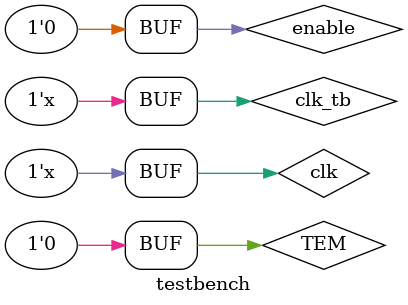
<source format=v>
`timescale 1ns/1ps

module testbench;

  // Inputs
  reg enable;
  reg clk;
  reg TEM;

  // Outputs
  wire K1, K2;

  // Instantiate the module
  DoublePulse dut (
    .enable(enable),
    .clk(clk),
    .TEM(TEM),
    .K1(K1),
    .K2(K2)
  );

  // Clock generation
  reg clk_tb = 0;
  always #5 clk_tb = ~clk_tb;

  // Initial block
  initial begin
    // Initialize inputs
    enable = 1;
    clk = 0;
    TEM = 0;

    // Apply a reset (optional)
    #10 enable = 0;

    // Run simulation for 100 clock cycles
   // #1000 $finish;
  end

  // Clocking and stimuli
  always #1 clk = clk_tb;

  // Stimulus generation
  initial begin
    // Apply stimulus to TEM after some delay
    #20 TEM = 1;
    #50 TEM = 0;
  end

  // Monitor and display results
  always @(posedge clk) begin
    $display("Time=%0t: K1=%b, K2=%b", $time, K1, K2);
  end

endmodule

</source>
